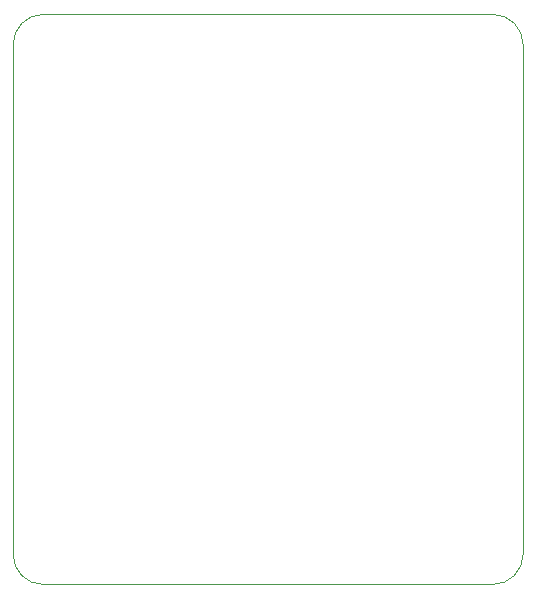
<source format=gbr>
%TF.GenerationSoftware,KiCad,Pcbnew,(5.1.9)-1*%
%TF.CreationDate,2021-05-29T09:09:45-04:00*%
%TF.ProjectId,AR488_nan0,41523438-385f-46e6-916e-302e6b696361,rev?*%
%TF.SameCoordinates,PX41672a0PY7df6180*%
%TF.FileFunction,Profile,NP*%
%FSLAX46Y46*%
G04 Gerber Fmt 4.6, Leading zero omitted, Abs format (unit mm)*
G04 Created by KiCad (PCBNEW (5.1.9)-1) date 2021-05-29 09:09:45*
%MOMM*%
%LPD*%
G01*
G04 APERTURE LIST*
%TA.AperFunction,Profile*%
%ADD10C,0.050000*%
%TD*%
G04 APERTURE END LIST*
D10*
X0Y45720000D02*
G75*
G02*
X2540000Y48260000I2540000J0D01*
G01*
X43180000Y2540000D02*
G75*
G02*
X40640000Y0I-2540000J0D01*
G01*
X2540000Y0D02*
G75*
G02*
X0Y2540000I0J2540000D01*
G01*
X40640000Y48260000D02*
G75*
G02*
X43180000Y45720000I0J-2540000D01*
G01*
X43180000Y2540000D02*
X43180000Y45720000D01*
X2540000Y0D02*
X40640000Y0D01*
X0Y45720000D02*
X0Y2540000D01*
X2540000Y48260000D02*
X2540000Y48260000D01*
X40640000Y48260000D02*
X2540000Y48260000D01*
M02*

</source>
